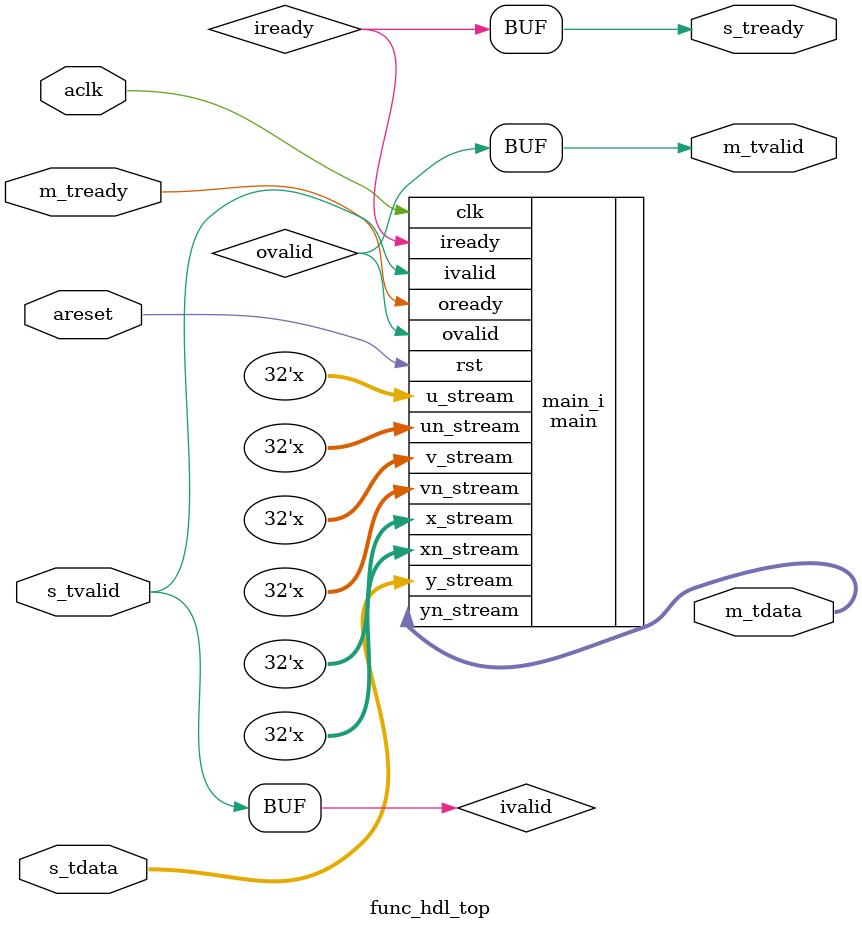
<source format=sv>



`default_nettype none

`define TY_GVECT 1
  //legal values: 1, 2, 4, 8, 16 (for 32-bit scalar data type, i.e. int/float)
  //            : 1, 3, 4, 8     (for double)
  //maximum width is 512 bits
  //although this parameter is defined further up and passed down to this module
  //we need it here explicitly as well as for RTL sim this is the top module instantiated
  //in testbench

module func_hdl_top
#(
  // Data width of both input and output data (packed vector)
  // This is overwritten by parent, to a size equal to all  inputs coalesced
  parameter integer C_DATA_WIDTH   = 32 * `TY_GVECT  
)
(
  input wire                     aclk,
  input wire                     areset,

  input wire                     s_tvalid, //data at input is valid
  input wire  [C_DATA_WIDTH-1:0] s_tdata,  //data in
  output wire                    s_tready, //I am/aint ready (back pressure to predecessor)

  output wire                    m_tvalid, //data at output is valid
  output wire [C_DATA_WIDTH-1:0] m_tdata,  //data out
  input  wire                    m_tready  //sink is ready (back pressure from successor)
);

wire    ivalid = s_tvalid;
wire    ovalid;
wire    iready; 

assign  s_tready = iready;
assign  m_tvalid = ovalid;


main 
#(
  //main is fed split up inputs (no longer coalesced inputs -- though vectorization coalescing may still be present)
  .STREAMW (32 * `TY_GVECT)
)main_i
(
   .clk     (aclk)
  ,.rst     (areset)
  ,.iready  (iready)
  ,.ivalid  (ivalid)
  ,.ovalid  (ovalid)
  ,.oready  (m_tready)
  ,.x_stream  (s_tdata[127:96])
  ,.u_stream  (s_tdata[95:64])
  ,.v_stream  (s_tdata[63:32])
  ,.y_stream  (s_tdata[31:0])
  ,.xn_stream  (m_tdata[127:96])
  ,.un_stream  (m_tdata[95:64])
  ,.vn_stream  (m_tdata[63:32])
  ,.yn_stream  (m_tdata[31:0])
  
);

endmodule : func_hdl_top

`default_nettype wire



</source>
